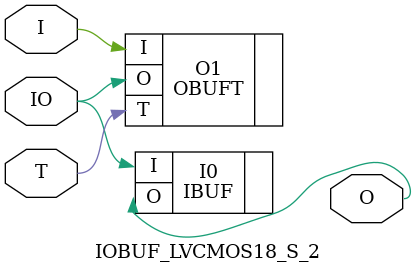
<source format=v>


`timescale  1 ps / 1 ps


module IOBUF_LVCMOS18_S_2 (O, IO, I, T);

    output O;

    inout  IO;

    input  I, T;

        OBUFT #(.IOSTANDARD("LVCMOS18"), .SLEW("SLOW"), .DRIVE(2)) O1 (.O(IO), .I(I), .T(T)); 
	IBUF #(.IOSTANDARD("LVCMOS18"))  I0 (.O(O), .I(IO));
        

endmodule



</source>
